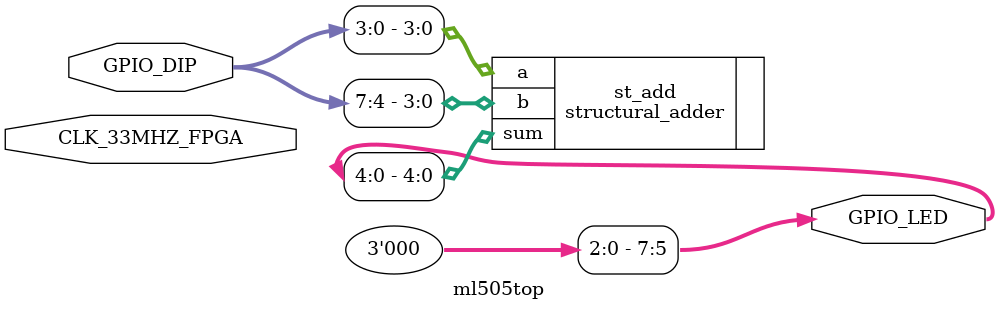
<source format=v>

module ml505top (
    input  CLK_33MHZ_FPGA,
    input  [7:0] GPIO_DIP,
    output [7:0] GPIO_LED
);

    structural_adder st_add (
        .a(GPIO_DIP[3:0]),
        .b(GPIO_DIP[7:4]),
        .sum(GPIO_LED[4:0])
    );

    // Uncomment this for lab sections 5.3 and 5.4
    /*
    behavioral_adder be_add (
        .a(GPIO_DIP[3:0]),
        .b(GPIO_DIP[7:4]),
        .sum(GPIO_LED[4:0])
    );
    */
    
    // Uncomment this for lab section 6
    /*
    tone_generator piezo_controller (
        .clk(CLK_33MHZ_FPGA),
        .output_enable(GPIO_DIP[0]),
        .square_wave_out(connect to piezo output)
    );
    */
    
    assign GPIO_LED[7:5] = 3'b0;
endmodule

</source>
